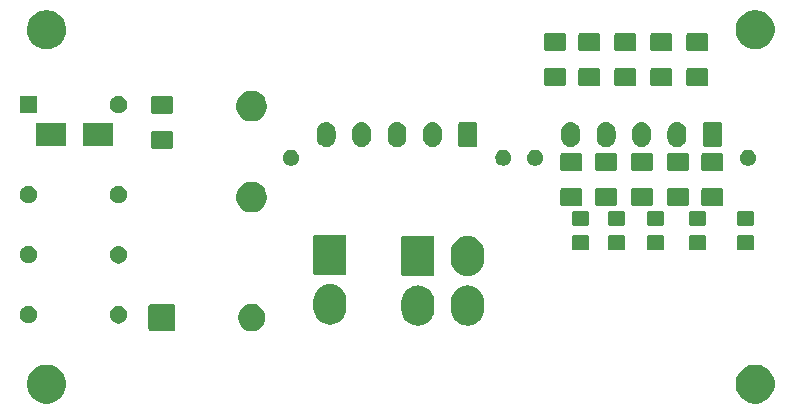
<source format=gbr>
G04 #@! TF.GenerationSoftware,KiCad,Pcbnew,(5.1.6)-1*
G04 #@! TF.CreationDate,2020-11-26T12:39:26+11:00*
G04 #@! TF.ProjectId,HardFault-Interpose-V0,48617264-4661-4756-9c74-2d496e746572,rev?*
G04 #@! TF.SameCoordinates,Original*
G04 #@! TF.FileFunction,Soldermask,Bot*
G04 #@! TF.FilePolarity,Negative*
%FSLAX46Y46*%
G04 Gerber Fmt 4.6, Leading zero omitted, Abs format (unit mm)*
G04 Created by KiCad (PCBNEW (5.1.6)-1) date 2020-11-26 12:39:26*
%MOMM*%
%LPD*%
G01*
G04 APERTURE LIST*
%ADD10C,0.100000*%
G04 APERTURE END LIST*
D10*
G36*
X151061256Y-97749298D02*
G01*
X151167579Y-97770447D01*
X151468042Y-97894903D01*
X151738451Y-98075585D01*
X151968415Y-98305549D01*
X152149097Y-98575958D01*
X152273553Y-98876421D01*
X152337000Y-99195391D01*
X152337000Y-99520609D01*
X152273553Y-99839579D01*
X152149097Y-100140042D01*
X151968415Y-100410451D01*
X151738451Y-100640415D01*
X151468042Y-100821097D01*
X151167579Y-100945553D01*
X151061256Y-100966702D01*
X150848611Y-101009000D01*
X150523389Y-101009000D01*
X150310744Y-100966702D01*
X150204421Y-100945553D01*
X149903958Y-100821097D01*
X149633549Y-100640415D01*
X149403585Y-100410451D01*
X149222903Y-100140042D01*
X149098447Y-99839579D01*
X149035000Y-99520609D01*
X149035000Y-99195391D01*
X149098447Y-98876421D01*
X149222903Y-98575958D01*
X149403585Y-98305549D01*
X149633549Y-98075585D01*
X149903958Y-97894903D01*
X150204421Y-97770447D01*
X150310744Y-97749298D01*
X150523389Y-97707000D01*
X150848611Y-97707000D01*
X151061256Y-97749298D01*
G37*
G36*
X91061256Y-97749298D02*
G01*
X91167579Y-97770447D01*
X91468042Y-97894903D01*
X91738451Y-98075585D01*
X91968415Y-98305549D01*
X92149097Y-98575958D01*
X92273553Y-98876421D01*
X92337000Y-99195391D01*
X92337000Y-99520609D01*
X92273553Y-99839579D01*
X92149097Y-100140042D01*
X91968415Y-100410451D01*
X91738451Y-100640415D01*
X91468042Y-100821097D01*
X91167579Y-100945553D01*
X91061256Y-100966702D01*
X90848611Y-101009000D01*
X90523389Y-101009000D01*
X90310744Y-100966702D01*
X90204421Y-100945553D01*
X89903958Y-100821097D01*
X89633549Y-100640415D01*
X89403585Y-100410451D01*
X89222903Y-100140042D01*
X89098447Y-99839579D01*
X89035000Y-99520609D01*
X89035000Y-99195391D01*
X89098447Y-98876421D01*
X89222903Y-98575958D01*
X89403585Y-98305549D01*
X89633549Y-98075585D01*
X89903958Y-97894903D01*
X90204421Y-97770447D01*
X90310744Y-97749298D01*
X90523389Y-97707000D01*
X90848611Y-97707000D01*
X91061256Y-97749298D01*
G37*
G36*
X101390104Y-92580792D02*
G01*
X101440748Y-92596154D01*
X101487420Y-92621101D01*
X101528327Y-92654673D01*
X101561899Y-92695580D01*
X101586846Y-92742252D01*
X101602208Y-92792896D01*
X101608000Y-92851701D01*
X101608000Y-94600299D01*
X101602208Y-94659104D01*
X101586846Y-94709748D01*
X101561899Y-94756420D01*
X101528327Y-94797327D01*
X101487420Y-94830899D01*
X101440748Y-94855846D01*
X101390104Y-94871208D01*
X101331299Y-94877000D01*
X99582701Y-94877000D01*
X99523896Y-94871208D01*
X99473252Y-94855846D01*
X99426580Y-94830899D01*
X99385673Y-94797327D01*
X99352101Y-94756420D01*
X99327154Y-94709748D01*
X99311792Y-94659104D01*
X99306000Y-94600299D01*
X99306000Y-92851701D01*
X99311792Y-92792896D01*
X99327154Y-92742252D01*
X99352101Y-92695580D01*
X99385673Y-92654673D01*
X99426580Y-92621101D01*
X99473252Y-92596154D01*
X99523896Y-92580792D01*
X99582701Y-92575000D01*
X101331299Y-92575000D01*
X101390104Y-92580792D01*
G37*
G36*
X108204832Y-92581856D02*
G01*
X108392734Y-92619232D01*
X108602203Y-92705997D01*
X108790720Y-92831960D01*
X108951040Y-92992280D01*
X109077003Y-93180797D01*
X109163768Y-93390266D01*
X109208000Y-93612636D01*
X109208000Y-93839364D01*
X109163768Y-94061734D01*
X109077003Y-94271203D01*
X108951040Y-94459720D01*
X108790720Y-94620040D01*
X108602203Y-94746003D01*
X108392734Y-94832768D01*
X108306912Y-94849839D01*
X108170365Y-94877000D01*
X107943635Y-94877000D01*
X107807088Y-94849839D01*
X107721266Y-94832768D01*
X107511797Y-94746003D01*
X107323280Y-94620040D01*
X107162960Y-94459720D01*
X107036997Y-94271203D01*
X106950232Y-94061734D01*
X106906000Y-93839364D01*
X106906000Y-93612636D01*
X106950232Y-93390266D01*
X107036997Y-93180797D01*
X107162960Y-92992280D01*
X107323280Y-92831960D01*
X107511797Y-92705997D01*
X107721266Y-92619232D01*
X107909168Y-92581856D01*
X107943635Y-92575000D01*
X108170365Y-92575000D01*
X108204832Y-92581856D01*
G37*
G36*
X122411644Y-91030273D02*
G01*
X122607017Y-91089539D01*
X122675737Y-91110385D01*
X122905202Y-91233037D01*
X122919120Y-91240476D01*
X122960798Y-91274681D01*
X123132451Y-91415551D01*
X123275093Y-91589361D01*
X123307526Y-91628881D01*
X123307527Y-91628883D01*
X123437617Y-91872264D01*
X123458463Y-91940984D01*
X123517729Y-92136357D01*
X123538001Y-92342183D01*
X123538001Y-93079818D01*
X123517729Y-93285644D01*
X123458462Y-93481019D01*
X123437617Y-93549738D01*
X123362079Y-93691059D01*
X123307526Y-93793121D01*
X123279123Y-93827730D01*
X123132451Y-94006451D01*
X122974692Y-94135919D01*
X122919121Y-94181526D01*
X122919119Y-94181527D01*
X122675738Y-94311617D01*
X122607018Y-94332463D01*
X122411645Y-94391729D01*
X122137001Y-94418779D01*
X121862358Y-94391729D01*
X121666985Y-94332463D01*
X121598265Y-94311617D01*
X121354884Y-94181527D01*
X121354882Y-94181526D01*
X121301272Y-94137529D01*
X121141551Y-94006451D01*
X120994879Y-93827730D01*
X120966476Y-93793121D01*
X120911923Y-93691059D01*
X120836385Y-93549738D01*
X120790366Y-93398033D01*
X120756273Y-93285645D01*
X120736001Y-93079819D01*
X120736001Y-92342184D01*
X120756273Y-92136358D01*
X120836384Y-91872269D01*
X120836385Y-91872265D01*
X120966475Y-91628884D01*
X120966476Y-91628882D01*
X121000681Y-91587204D01*
X121141551Y-91415551D01*
X121315361Y-91272909D01*
X121354881Y-91240476D01*
X121368799Y-91233037D01*
X121598264Y-91110385D01*
X121666984Y-91089539D01*
X121862357Y-91030273D01*
X122137001Y-91003223D01*
X122411644Y-91030273D01*
G37*
G36*
X126611644Y-91030273D02*
G01*
X126807017Y-91089539D01*
X126875737Y-91110385D01*
X127105202Y-91233037D01*
X127119120Y-91240476D01*
X127160798Y-91274681D01*
X127332451Y-91415551D01*
X127475093Y-91589361D01*
X127507526Y-91628881D01*
X127507527Y-91628883D01*
X127637617Y-91872264D01*
X127658463Y-91940984D01*
X127717729Y-92136357D01*
X127738001Y-92342183D01*
X127738001Y-93079818D01*
X127717729Y-93285644D01*
X127658462Y-93481019D01*
X127637617Y-93549738D01*
X127562079Y-93691059D01*
X127507526Y-93793121D01*
X127479123Y-93827730D01*
X127332451Y-94006451D01*
X127174692Y-94135919D01*
X127119121Y-94181526D01*
X127119119Y-94181527D01*
X126875738Y-94311617D01*
X126807018Y-94332463D01*
X126611645Y-94391729D01*
X126337001Y-94418779D01*
X126062358Y-94391729D01*
X125866985Y-94332463D01*
X125798265Y-94311617D01*
X125554884Y-94181527D01*
X125554882Y-94181526D01*
X125501272Y-94137529D01*
X125341551Y-94006451D01*
X125194879Y-93827730D01*
X125166476Y-93793121D01*
X125111923Y-93691059D01*
X125036385Y-93549738D01*
X124990366Y-93398033D01*
X124956273Y-93285645D01*
X124936001Y-93079819D01*
X124936001Y-92342184D01*
X124956273Y-92136358D01*
X125036384Y-91872269D01*
X125036385Y-91872265D01*
X125166475Y-91628884D01*
X125166476Y-91628882D01*
X125200681Y-91587204D01*
X125341551Y-91415551D01*
X125515361Y-91272909D01*
X125554881Y-91240476D01*
X125568799Y-91233037D01*
X125798264Y-91110385D01*
X125866984Y-91089539D01*
X126062357Y-91030273D01*
X126337001Y-91003223D01*
X126611644Y-91030273D01*
G37*
G36*
X114961644Y-90930273D02*
G01*
X115157017Y-90989539D01*
X115225737Y-91010385D01*
X115455202Y-91133037D01*
X115469120Y-91140476D01*
X115510798Y-91174681D01*
X115682451Y-91315551D01*
X115825093Y-91489361D01*
X115857526Y-91528881D01*
X115857527Y-91528883D01*
X115987617Y-91772264D01*
X116008463Y-91840984D01*
X116067729Y-92036357D01*
X116067729Y-92036359D01*
X116088001Y-92242181D01*
X116088001Y-92979820D01*
X116078152Y-93079818D01*
X116067729Y-93185644D01*
X116037394Y-93285644D01*
X115987617Y-93449738D01*
X115900546Y-93612636D01*
X115857526Y-93693121D01*
X115851011Y-93701059D01*
X115682451Y-93906451D01*
X115524692Y-94035919D01*
X115469121Y-94081526D01*
X115469119Y-94081527D01*
X115225738Y-94211617D01*
X115188213Y-94223000D01*
X114961645Y-94291729D01*
X114687001Y-94318779D01*
X114412358Y-94291729D01*
X114185790Y-94223000D01*
X114148265Y-94211617D01*
X113904884Y-94081527D01*
X113904882Y-94081526D01*
X113863204Y-94047321D01*
X113691551Y-93906451D01*
X113522991Y-93701059D01*
X113516476Y-93693121D01*
X113473456Y-93612636D01*
X113386385Y-93449738D01*
X113336608Y-93285644D01*
X113306273Y-93185645D01*
X113288310Y-93003265D01*
X113286001Y-92979821D01*
X113286001Y-92242182D01*
X113306273Y-92036360D01*
X113306273Y-92036358D01*
X113386384Y-91772269D01*
X113386385Y-91772265D01*
X113516475Y-91528884D01*
X113516476Y-91528882D01*
X113550681Y-91487204D01*
X113691551Y-91315551D01*
X113865361Y-91172909D01*
X113904881Y-91140476D01*
X113918799Y-91133037D01*
X114148264Y-91010385D01*
X114216984Y-90989539D01*
X114412357Y-90930273D01*
X114687001Y-90903223D01*
X114961644Y-90930273D01*
G37*
G36*
X96914536Y-92742252D02*
G01*
X97003059Y-92759860D01*
X97139732Y-92816472D01*
X97262735Y-92898660D01*
X97367340Y-93003265D01*
X97449528Y-93126268D01*
X97449529Y-93126270D01*
X97474123Y-93185645D01*
X97506140Y-93262941D01*
X97535000Y-93408033D01*
X97535000Y-93555967D01*
X97506140Y-93701059D01*
X97449528Y-93837732D01*
X97367340Y-93960735D01*
X97262735Y-94065340D01*
X97139732Y-94147528D01*
X97139731Y-94147529D01*
X97139730Y-94147529D01*
X97003059Y-94204140D01*
X96857968Y-94233000D01*
X96710032Y-94233000D01*
X96564941Y-94204140D01*
X96428270Y-94147529D01*
X96428269Y-94147529D01*
X96428268Y-94147528D01*
X96305265Y-94065340D01*
X96200660Y-93960735D01*
X96118472Y-93837732D01*
X96061860Y-93701059D01*
X96033000Y-93555967D01*
X96033000Y-93408033D01*
X96061860Y-93262941D01*
X96093877Y-93185645D01*
X96118471Y-93126270D01*
X96118472Y-93126268D01*
X96200660Y-93003265D01*
X96305265Y-92898660D01*
X96428268Y-92816472D01*
X96564941Y-92759860D01*
X96653464Y-92742252D01*
X96710032Y-92731000D01*
X96857968Y-92731000D01*
X96914536Y-92742252D01*
G37*
G36*
X89334810Y-92742252D02*
G01*
X89373059Y-92749860D01*
X89509732Y-92806472D01*
X89632735Y-92888660D01*
X89737340Y-92993265D01*
X89795174Y-93079820D01*
X89819529Y-93116270D01*
X89876140Y-93252941D01*
X89905000Y-93398032D01*
X89905000Y-93545968D01*
X89876140Y-93691059D01*
X89833865Y-93793121D01*
X89819528Y-93827732D01*
X89737340Y-93950735D01*
X89632735Y-94055340D01*
X89509732Y-94137528D01*
X89509731Y-94137529D01*
X89509730Y-94137529D01*
X89373059Y-94194140D01*
X89227968Y-94223000D01*
X89080032Y-94223000D01*
X88934941Y-94194140D01*
X88798270Y-94137529D01*
X88798269Y-94137529D01*
X88798268Y-94137528D01*
X88675265Y-94055340D01*
X88570660Y-93950735D01*
X88488472Y-93827732D01*
X88474136Y-93793121D01*
X88431860Y-93691059D01*
X88403000Y-93545968D01*
X88403000Y-93398032D01*
X88431860Y-93252941D01*
X88488471Y-93116270D01*
X88512826Y-93079820D01*
X88570660Y-92993265D01*
X88675265Y-92888660D01*
X88798268Y-92806472D01*
X88934941Y-92749860D01*
X88973190Y-92742252D01*
X89080032Y-92721000D01*
X89227968Y-92721000D01*
X89334810Y-92742252D01*
G37*
G36*
X126611644Y-86830273D02*
G01*
X126807017Y-86889539D01*
X126875737Y-86910385D01*
X127078625Y-87018831D01*
X127119120Y-87040476D01*
X127154420Y-87069446D01*
X127332451Y-87215551D01*
X127475093Y-87389361D01*
X127507526Y-87428881D01*
X127507527Y-87428883D01*
X127637617Y-87672264D01*
X127639921Y-87679860D01*
X127717729Y-87936357D01*
X127738001Y-88142183D01*
X127738001Y-88879818D01*
X127717729Y-89085644D01*
X127658462Y-89281019D01*
X127637617Y-89349738D01*
X127514965Y-89579203D01*
X127507526Y-89593121D01*
X127461919Y-89648692D01*
X127332451Y-89806451D01*
X127174692Y-89935919D01*
X127119121Y-89981526D01*
X127119119Y-89981527D01*
X126875738Y-90111617D01*
X126807018Y-90132463D01*
X126611645Y-90191729D01*
X126337001Y-90218779D01*
X126062358Y-90191729D01*
X125866985Y-90132463D01*
X125798265Y-90111617D01*
X125554884Y-89981527D01*
X125554882Y-89981526D01*
X125513204Y-89947321D01*
X125341551Y-89806451D01*
X125198909Y-89632641D01*
X125166476Y-89593121D01*
X125159037Y-89579203D01*
X125036385Y-89349738D01*
X124976705Y-89153000D01*
X124956273Y-89085645D01*
X124936001Y-88879819D01*
X124936001Y-88142184D01*
X124956273Y-87936358D01*
X125036384Y-87672269D01*
X125036385Y-87672265D01*
X125166475Y-87428884D01*
X125166476Y-87428882D01*
X125200681Y-87387204D01*
X125341551Y-87215551D01*
X125515361Y-87072909D01*
X125554881Y-87040476D01*
X125595376Y-87018831D01*
X125798264Y-86910385D01*
X125866984Y-86889539D01*
X126062357Y-86830273D01*
X126337001Y-86803223D01*
X126611644Y-86830273D01*
G37*
G36*
X123411032Y-86813622D02*
G01*
X123440487Y-86822557D01*
X123467624Y-86837063D01*
X123491415Y-86856587D01*
X123510939Y-86880378D01*
X123525445Y-86907515D01*
X123534380Y-86936970D01*
X123538001Y-86973735D01*
X123538001Y-90048267D01*
X123534380Y-90085032D01*
X123525445Y-90114487D01*
X123510939Y-90141624D01*
X123491415Y-90165415D01*
X123467624Y-90184939D01*
X123440487Y-90199445D01*
X123411032Y-90208380D01*
X123374267Y-90212001D01*
X120899735Y-90212001D01*
X120862970Y-90208380D01*
X120833515Y-90199445D01*
X120806378Y-90184939D01*
X120782587Y-90165415D01*
X120763063Y-90141624D01*
X120748557Y-90114487D01*
X120739622Y-90085032D01*
X120736001Y-90048267D01*
X120736001Y-86973735D01*
X120739622Y-86936970D01*
X120748557Y-86907515D01*
X120763063Y-86880378D01*
X120782587Y-86856587D01*
X120806378Y-86837063D01*
X120833515Y-86822557D01*
X120862970Y-86813622D01*
X120899735Y-86810001D01*
X123374267Y-86810001D01*
X123411032Y-86813622D01*
G37*
G36*
X115961032Y-86713622D02*
G01*
X115990487Y-86722557D01*
X116017624Y-86737063D01*
X116041415Y-86756587D01*
X116060939Y-86780378D01*
X116075445Y-86807515D01*
X116084380Y-86836970D01*
X116088001Y-86873735D01*
X116088001Y-89948267D01*
X116084380Y-89985032D01*
X116075445Y-90014487D01*
X116060939Y-90041624D01*
X116041415Y-90065415D01*
X116017624Y-90084939D01*
X115990487Y-90099445D01*
X115961032Y-90108380D01*
X115924267Y-90112001D01*
X113449735Y-90112001D01*
X113412970Y-90108380D01*
X113383515Y-90099445D01*
X113356378Y-90084939D01*
X113332587Y-90065415D01*
X113313063Y-90041624D01*
X113298557Y-90014487D01*
X113289622Y-89985032D01*
X113286001Y-89948267D01*
X113286001Y-86873735D01*
X113289622Y-86836970D01*
X113298557Y-86807515D01*
X113313063Y-86780378D01*
X113332587Y-86756587D01*
X113356378Y-86737063D01*
X113383515Y-86722557D01*
X113412970Y-86713622D01*
X113449735Y-86710001D01*
X115924267Y-86710001D01*
X115961032Y-86713622D01*
G37*
G36*
X97003059Y-87679860D02*
G01*
X97091446Y-87716471D01*
X97139732Y-87736472D01*
X97262735Y-87818660D01*
X97367340Y-87923265D01*
X97449528Y-88046268D01*
X97506140Y-88182941D01*
X97535000Y-88328033D01*
X97535000Y-88475967D01*
X97506140Y-88621059D01*
X97449528Y-88757732D01*
X97367340Y-88880735D01*
X97262735Y-88985340D01*
X97139732Y-89067528D01*
X97139731Y-89067529D01*
X97139730Y-89067529D01*
X97003059Y-89124140D01*
X96857968Y-89153000D01*
X96710032Y-89153000D01*
X96564941Y-89124140D01*
X96428270Y-89067529D01*
X96428269Y-89067529D01*
X96428268Y-89067528D01*
X96305265Y-88985340D01*
X96200660Y-88880735D01*
X96118472Y-88757732D01*
X96061860Y-88621059D01*
X96033000Y-88475967D01*
X96033000Y-88328033D01*
X96061860Y-88182941D01*
X96118472Y-88046268D01*
X96200660Y-87923265D01*
X96305265Y-87818660D01*
X96428268Y-87736472D01*
X96476555Y-87716471D01*
X96564941Y-87679860D01*
X96710032Y-87651000D01*
X96857968Y-87651000D01*
X97003059Y-87679860D01*
G37*
G36*
X89373059Y-87659860D02*
G01*
X89403015Y-87672268D01*
X89509732Y-87716472D01*
X89632735Y-87798660D01*
X89737340Y-87903265D01*
X89819528Y-88026268D01*
X89876140Y-88162941D01*
X89905000Y-88308033D01*
X89905000Y-88455967D01*
X89876140Y-88601059D01*
X89819528Y-88737732D01*
X89737340Y-88860735D01*
X89632735Y-88965340D01*
X89509732Y-89047528D01*
X89509731Y-89047529D01*
X89509730Y-89047529D01*
X89373059Y-89104140D01*
X89227968Y-89133000D01*
X89080032Y-89133000D01*
X88934941Y-89104140D01*
X88798270Y-89047529D01*
X88798269Y-89047529D01*
X88798268Y-89047528D01*
X88675265Y-88965340D01*
X88570660Y-88860735D01*
X88488472Y-88737732D01*
X88431860Y-88601059D01*
X88403000Y-88455967D01*
X88403000Y-88308033D01*
X88431860Y-88162941D01*
X88488472Y-88026268D01*
X88570660Y-87903265D01*
X88675265Y-87798660D01*
X88798268Y-87716472D01*
X88904986Y-87672268D01*
X88934941Y-87659860D01*
X89080032Y-87631000D01*
X89227968Y-87631000D01*
X89373059Y-87659860D01*
G37*
G36*
X150448674Y-86763465D02*
G01*
X150486367Y-86774899D01*
X150521103Y-86793466D01*
X150551548Y-86818452D01*
X150576534Y-86848897D01*
X150595101Y-86883633D01*
X150606535Y-86921326D01*
X150611000Y-86966661D01*
X150611000Y-87803339D01*
X150606535Y-87848674D01*
X150595101Y-87886367D01*
X150576534Y-87921103D01*
X150551548Y-87951548D01*
X150521103Y-87976534D01*
X150486367Y-87995101D01*
X150448674Y-88006535D01*
X150403339Y-88011000D01*
X149316661Y-88011000D01*
X149271326Y-88006535D01*
X149233633Y-87995101D01*
X149198897Y-87976534D01*
X149168452Y-87951548D01*
X149143466Y-87921103D01*
X149124899Y-87886367D01*
X149113465Y-87848674D01*
X149109000Y-87803339D01*
X149109000Y-86966661D01*
X149113465Y-86921326D01*
X149124899Y-86883633D01*
X149143466Y-86848897D01*
X149168452Y-86818452D01*
X149198897Y-86793466D01*
X149233633Y-86774899D01*
X149271326Y-86763465D01*
X149316661Y-86759000D01*
X150403339Y-86759000D01*
X150448674Y-86763465D01*
G37*
G36*
X146384674Y-86763465D02*
G01*
X146422367Y-86774899D01*
X146457103Y-86793466D01*
X146487548Y-86818452D01*
X146512534Y-86848897D01*
X146531101Y-86883633D01*
X146542535Y-86921326D01*
X146547000Y-86966661D01*
X146547000Y-87803339D01*
X146542535Y-87848674D01*
X146531101Y-87886367D01*
X146512534Y-87921103D01*
X146487548Y-87951548D01*
X146457103Y-87976534D01*
X146422367Y-87995101D01*
X146384674Y-88006535D01*
X146339339Y-88011000D01*
X145252661Y-88011000D01*
X145207326Y-88006535D01*
X145169633Y-87995101D01*
X145134897Y-87976534D01*
X145104452Y-87951548D01*
X145079466Y-87921103D01*
X145060899Y-87886367D01*
X145049465Y-87848674D01*
X145045000Y-87803339D01*
X145045000Y-86966661D01*
X145049465Y-86921326D01*
X145060899Y-86883633D01*
X145079466Y-86848897D01*
X145104452Y-86818452D01*
X145134897Y-86793466D01*
X145169633Y-86774899D01*
X145207326Y-86763465D01*
X145252661Y-86759000D01*
X146339339Y-86759000D01*
X146384674Y-86763465D01*
G37*
G36*
X142828674Y-86763465D02*
G01*
X142866367Y-86774899D01*
X142901103Y-86793466D01*
X142931548Y-86818452D01*
X142956534Y-86848897D01*
X142975101Y-86883633D01*
X142986535Y-86921326D01*
X142991000Y-86966661D01*
X142991000Y-87803339D01*
X142986535Y-87848674D01*
X142975101Y-87886367D01*
X142956534Y-87921103D01*
X142931548Y-87951548D01*
X142901103Y-87976534D01*
X142866367Y-87995101D01*
X142828674Y-88006535D01*
X142783339Y-88011000D01*
X141696661Y-88011000D01*
X141651326Y-88006535D01*
X141613633Y-87995101D01*
X141578897Y-87976534D01*
X141548452Y-87951548D01*
X141523466Y-87921103D01*
X141504899Y-87886367D01*
X141493465Y-87848674D01*
X141489000Y-87803339D01*
X141489000Y-86966661D01*
X141493465Y-86921326D01*
X141504899Y-86883633D01*
X141523466Y-86848897D01*
X141548452Y-86818452D01*
X141578897Y-86793466D01*
X141613633Y-86774899D01*
X141651326Y-86763465D01*
X141696661Y-86759000D01*
X142783339Y-86759000D01*
X142828674Y-86763465D01*
G37*
G36*
X139526674Y-86763465D02*
G01*
X139564367Y-86774899D01*
X139599103Y-86793466D01*
X139629548Y-86818452D01*
X139654534Y-86848897D01*
X139673101Y-86883633D01*
X139684535Y-86921326D01*
X139689000Y-86966661D01*
X139689000Y-87803339D01*
X139684535Y-87848674D01*
X139673101Y-87886367D01*
X139654534Y-87921103D01*
X139629548Y-87951548D01*
X139599103Y-87976534D01*
X139564367Y-87995101D01*
X139526674Y-88006535D01*
X139481339Y-88011000D01*
X138394661Y-88011000D01*
X138349326Y-88006535D01*
X138311633Y-87995101D01*
X138276897Y-87976534D01*
X138246452Y-87951548D01*
X138221466Y-87921103D01*
X138202899Y-87886367D01*
X138191465Y-87848674D01*
X138187000Y-87803339D01*
X138187000Y-86966661D01*
X138191465Y-86921326D01*
X138202899Y-86883633D01*
X138221466Y-86848897D01*
X138246452Y-86818452D01*
X138276897Y-86793466D01*
X138311633Y-86774899D01*
X138349326Y-86763465D01*
X138394661Y-86759000D01*
X139481339Y-86759000D01*
X139526674Y-86763465D01*
G37*
G36*
X136478674Y-86754465D02*
G01*
X136516367Y-86765899D01*
X136551103Y-86784466D01*
X136581548Y-86809452D01*
X136606534Y-86839897D01*
X136625101Y-86874633D01*
X136636535Y-86912326D01*
X136641000Y-86957661D01*
X136641000Y-87794339D01*
X136636535Y-87839674D01*
X136625101Y-87877367D01*
X136606534Y-87912103D01*
X136581548Y-87942548D01*
X136551103Y-87967534D01*
X136516367Y-87986101D01*
X136478674Y-87997535D01*
X136433339Y-88002000D01*
X135346661Y-88002000D01*
X135301326Y-87997535D01*
X135263633Y-87986101D01*
X135228897Y-87967534D01*
X135198452Y-87942548D01*
X135173466Y-87912103D01*
X135154899Y-87877367D01*
X135143465Y-87839674D01*
X135139000Y-87794339D01*
X135139000Y-86957661D01*
X135143465Y-86912326D01*
X135154899Y-86874633D01*
X135173466Y-86839897D01*
X135198452Y-86809452D01*
X135228897Y-86784466D01*
X135263633Y-86765899D01*
X135301326Y-86754465D01*
X135346661Y-86750000D01*
X136433339Y-86750000D01*
X136478674Y-86754465D01*
G37*
G36*
X150448674Y-84713465D02*
G01*
X150486367Y-84724899D01*
X150521103Y-84743466D01*
X150551548Y-84768452D01*
X150576534Y-84798897D01*
X150595101Y-84833633D01*
X150606535Y-84871326D01*
X150611000Y-84916661D01*
X150611000Y-85753339D01*
X150606535Y-85798674D01*
X150595101Y-85836367D01*
X150576534Y-85871103D01*
X150551548Y-85901548D01*
X150521103Y-85926534D01*
X150486367Y-85945101D01*
X150448674Y-85956535D01*
X150403339Y-85961000D01*
X149316661Y-85961000D01*
X149271326Y-85956535D01*
X149233633Y-85945101D01*
X149198897Y-85926534D01*
X149168452Y-85901548D01*
X149143466Y-85871103D01*
X149124899Y-85836367D01*
X149113465Y-85798674D01*
X149109000Y-85753339D01*
X149109000Y-84916661D01*
X149113465Y-84871326D01*
X149124899Y-84833633D01*
X149143466Y-84798897D01*
X149168452Y-84768452D01*
X149198897Y-84743466D01*
X149233633Y-84724899D01*
X149271326Y-84713465D01*
X149316661Y-84709000D01*
X150403339Y-84709000D01*
X150448674Y-84713465D01*
G37*
G36*
X139526674Y-84713465D02*
G01*
X139564367Y-84724899D01*
X139599103Y-84743466D01*
X139629548Y-84768452D01*
X139654534Y-84798897D01*
X139673101Y-84833633D01*
X139684535Y-84871326D01*
X139689000Y-84916661D01*
X139689000Y-85753339D01*
X139684535Y-85798674D01*
X139673101Y-85836367D01*
X139654534Y-85871103D01*
X139629548Y-85901548D01*
X139599103Y-85926534D01*
X139564367Y-85945101D01*
X139526674Y-85956535D01*
X139481339Y-85961000D01*
X138394661Y-85961000D01*
X138349326Y-85956535D01*
X138311633Y-85945101D01*
X138276897Y-85926534D01*
X138246452Y-85901548D01*
X138221466Y-85871103D01*
X138202899Y-85836367D01*
X138191465Y-85798674D01*
X138187000Y-85753339D01*
X138187000Y-84916661D01*
X138191465Y-84871326D01*
X138202899Y-84833633D01*
X138221466Y-84798897D01*
X138246452Y-84768452D01*
X138276897Y-84743466D01*
X138311633Y-84724899D01*
X138349326Y-84713465D01*
X138394661Y-84709000D01*
X139481339Y-84709000D01*
X139526674Y-84713465D01*
G37*
G36*
X146384674Y-84713465D02*
G01*
X146422367Y-84724899D01*
X146457103Y-84743466D01*
X146487548Y-84768452D01*
X146512534Y-84798897D01*
X146531101Y-84833633D01*
X146542535Y-84871326D01*
X146547000Y-84916661D01*
X146547000Y-85753339D01*
X146542535Y-85798674D01*
X146531101Y-85836367D01*
X146512534Y-85871103D01*
X146487548Y-85901548D01*
X146457103Y-85926534D01*
X146422367Y-85945101D01*
X146384674Y-85956535D01*
X146339339Y-85961000D01*
X145252661Y-85961000D01*
X145207326Y-85956535D01*
X145169633Y-85945101D01*
X145134897Y-85926534D01*
X145104452Y-85901548D01*
X145079466Y-85871103D01*
X145060899Y-85836367D01*
X145049465Y-85798674D01*
X145045000Y-85753339D01*
X145045000Y-84916661D01*
X145049465Y-84871326D01*
X145060899Y-84833633D01*
X145079466Y-84798897D01*
X145104452Y-84768452D01*
X145134897Y-84743466D01*
X145169633Y-84724899D01*
X145207326Y-84713465D01*
X145252661Y-84709000D01*
X146339339Y-84709000D01*
X146384674Y-84713465D01*
G37*
G36*
X142828674Y-84713465D02*
G01*
X142866367Y-84724899D01*
X142901103Y-84743466D01*
X142931548Y-84768452D01*
X142956534Y-84798897D01*
X142975101Y-84833633D01*
X142986535Y-84871326D01*
X142991000Y-84916661D01*
X142991000Y-85753339D01*
X142986535Y-85798674D01*
X142975101Y-85836367D01*
X142956534Y-85871103D01*
X142931548Y-85901548D01*
X142901103Y-85926534D01*
X142866367Y-85945101D01*
X142828674Y-85956535D01*
X142783339Y-85961000D01*
X141696661Y-85961000D01*
X141651326Y-85956535D01*
X141613633Y-85945101D01*
X141578897Y-85926534D01*
X141548452Y-85901548D01*
X141523466Y-85871103D01*
X141504899Y-85836367D01*
X141493465Y-85798674D01*
X141489000Y-85753339D01*
X141489000Y-84916661D01*
X141493465Y-84871326D01*
X141504899Y-84833633D01*
X141523466Y-84798897D01*
X141548452Y-84768452D01*
X141578897Y-84743466D01*
X141613633Y-84724899D01*
X141651326Y-84713465D01*
X141696661Y-84709000D01*
X142783339Y-84709000D01*
X142828674Y-84713465D01*
G37*
G36*
X136478674Y-84704465D02*
G01*
X136516367Y-84715899D01*
X136551103Y-84734466D01*
X136581548Y-84759452D01*
X136606534Y-84789897D01*
X136625101Y-84824633D01*
X136636535Y-84862326D01*
X136641000Y-84907661D01*
X136641000Y-85744339D01*
X136636535Y-85789674D01*
X136625101Y-85827367D01*
X136606534Y-85862103D01*
X136581548Y-85892548D01*
X136551103Y-85917534D01*
X136516367Y-85936101D01*
X136478674Y-85947535D01*
X136433339Y-85952000D01*
X135346661Y-85952000D01*
X135301326Y-85947535D01*
X135263633Y-85936101D01*
X135228897Y-85917534D01*
X135198452Y-85892548D01*
X135173466Y-85862103D01*
X135154899Y-85827367D01*
X135143465Y-85789674D01*
X135139000Y-85744339D01*
X135139000Y-84907661D01*
X135143465Y-84862326D01*
X135154899Y-84824633D01*
X135173466Y-84789897D01*
X135198452Y-84759452D01*
X135228897Y-84734466D01*
X135263633Y-84715899D01*
X135301326Y-84704465D01*
X135346661Y-84700000D01*
X136433339Y-84700000D01*
X136478674Y-84704465D01*
G37*
G36*
X108436487Y-82274996D02*
G01*
X108673253Y-82373068D01*
X108673255Y-82373069D01*
X108886339Y-82515447D01*
X109067553Y-82696661D01*
X109193438Y-82885061D01*
X109209932Y-82909747D01*
X109308004Y-83146513D01*
X109358000Y-83397861D01*
X109358000Y-83654139D01*
X109308004Y-83905487D01*
X109209932Y-84142253D01*
X109209931Y-84142255D01*
X109067553Y-84355339D01*
X108886339Y-84536553D01*
X108673255Y-84678931D01*
X108673254Y-84678932D01*
X108673253Y-84678932D01*
X108436487Y-84777004D01*
X108185139Y-84827000D01*
X107928861Y-84827000D01*
X107677513Y-84777004D01*
X107440747Y-84678932D01*
X107440746Y-84678932D01*
X107440745Y-84678931D01*
X107227661Y-84536553D01*
X107046447Y-84355339D01*
X106904069Y-84142255D01*
X106904068Y-84142253D01*
X106805996Y-83905487D01*
X106756000Y-83654139D01*
X106756000Y-83397861D01*
X106805996Y-83146513D01*
X106904068Y-82909747D01*
X106920563Y-82885061D01*
X107046447Y-82696661D01*
X107227661Y-82515447D01*
X107440745Y-82373069D01*
X107440747Y-82373068D01*
X107677513Y-82274996D01*
X107928861Y-82225000D01*
X108185139Y-82225000D01*
X108436487Y-82274996D01*
G37*
G36*
X147841562Y-82770181D02*
G01*
X147876481Y-82780774D01*
X147908663Y-82797976D01*
X147936873Y-82821127D01*
X147960024Y-82849337D01*
X147977226Y-82881519D01*
X147987819Y-82916438D01*
X147992000Y-82958895D01*
X147992000Y-84100105D01*
X147987819Y-84142562D01*
X147977226Y-84177481D01*
X147960024Y-84209663D01*
X147936873Y-84237873D01*
X147908663Y-84261024D01*
X147876481Y-84278226D01*
X147841562Y-84288819D01*
X147799105Y-84293000D01*
X146332895Y-84293000D01*
X146290438Y-84288819D01*
X146255519Y-84278226D01*
X146223337Y-84261024D01*
X146195127Y-84237873D01*
X146171976Y-84209663D01*
X146154774Y-84177481D01*
X146144181Y-84142562D01*
X146140000Y-84100105D01*
X146140000Y-82958895D01*
X146144181Y-82916438D01*
X146154774Y-82881519D01*
X146171976Y-82849337D01*
X146195127Y-82821127D01*
X146223337Y-82797976D01*
X146255519Y-82780774D01*
X146290438Y-82770181D01*
X146332895Y-82766000D01*
X147799105Y-82766000D01*
X147841562Y-82770181D01*
G37*
G36*
X144920562Y-82770181D02*
G01*
X144955481Y-82780774D01*
X144987663Y-82797976D01*
X145015873Y-82821127D01*
X145039024Y-82849337D01*
X145056226Y-82881519D01*
X145066819Y-82916438D01*
X145071000Y-82958895D01*
X145071000Y-84100105D01*
X145066819Y-84142562D01*
X145056226Y-84177481D01*
X145039024Y-84209663D01*
X145015873Y-84237873D01*
X144987663Y-84261024D01*
X144955481Y-84278226D01*
X144920562Y-84288819D01*
X144878105Y-84293000D01*
X143411895Y-84293000D01*
X143369438Y-84288819D01*
X143334519Y-84278226D01*
X143302337Y-84261024D01*
X143274127Y-84237873D01*
X143250976Y-84209663D01*
X143233774Y-84177481D01*
X143223181Y-84142562D01*
X143219000Y-84100105D01*
X143219000Y-82958895D01*
X143223181Y-82916438D01*
X143233774Y-82881519D01*
X143250976Y-82849337D01*
X143274127Y-82821127D01*
X143302337Y-82797976D01*
X143334519Y-82780774D01*
X143369438Y-82770181D01*
X143411895Y-82766000D01*
X144878105Y-82766000D01*
X144920562Y-82770181D01*
G37*
G36*
X141872562Y-82770181D02*
G01*
X141907481Y-82780774D01*
X141939663Y-82797976D01*
X141967873Y-82821127D01*
X141991024Y-82849337D01*
X142008226Y-82881519D01*
X142018819Y-82916438D01*
X142023000Y-82958895D01*
X142023000Y-84100105D01*
X142018819Y-84142562D01*
X142008226Y-84177481D01*
X141991024Y-84209663D01*
X141967873Y-84237873D01*
X141939663Y-84261024D01*
X141907481Y-84278226D01*
X141872562Y-84288819D01*
X141830105Y-84293000D01*
X140363895Y-84293000D01*
X140321438Y-84288819D01*
X140286519Y-84278226D01*
X140254337Y-84261024D01*
X140226127Y-84237873D01*
X140202976Y-84209663D01*
X140185774Y-84177481D01*
X140175181Y-84142562D01*
X140171000Y-84100105D01*
X140171000Y-82958895D01*
X140175181Y-82916438D01*
X140185774Y-82881519D01*
X140202976Y-82849337D01*
X140226127Y-82821127D01*
X140254337Y-82797976D01*
X140286519Y-82780774D01*
X140321438Y-82770181D01*
X140363895Y-82766000D01*
X141830105Y-82766000D01*
X141872562Y-82770181D01*
G37*
G36*
X138824562Y-82770181D02*
G01*
X138859481Y-82780774D01*
X138891663Y-82797976D01*
X138919873Y-82821127D01*
X138943024Y-82849337D01*
X138960226Y-82881519D01*
X138970819Y-82916438D01*
X138975000Y-82958895D01*
X138975000Y-84100105D01*
X138970819Y-84142562D01*
X138960226Y-84177481D01*
X138943024Y-84209663D01*
X138919873Y-84237873D01*
X138891663Y-84261024D01*
X138859481Y-84278226D01*
X138824562Y-84288819D01*
X138782105Y-84293000D01*
X137315895Y-84293000D01*
X137273438Y-84288819D01*
X137238519Y-84278226D01*
X137206337Y-84261024D01*
X137178127Y-84237873D01*
X137154976Y-84209663D01*
X137137774Y-84177481D01*
X137127181Y-84142562D01*
X137123000Y-84100105D01*
X137123000Y-82958895D01*
X137127181Y-82916438D01*
X137137774Y-82881519D01*
X137154976Y-82849337D01*
X137178127Y-82821127D01*
X137206337Y-82797976D01*
X137238519Y-82780774D01*
X137273438Y-82770181D01*
X137315895Y-82766000D01*
X138782105Y-82766000D01*
X138824562Y-82770181D01*
G37*
G36*
X135903562Y-82770181D02*
G01*
X135938481Y-82780774D01*
X135970663Y-82797976D01*
X135998873Y-82821127D01*
X136022024Y-82849337D01*
X136039226Y-82881519D01*
X136049819Y-82916438D01*
X136054000Y-82958895D01*
X136054000Y-84100105D01*
X136049819Y-84142562D01*
X136039226Y-84177481D01*
X136022024Y-84209663D01*
X135998873Y-84237873D01*
X135970663Y-84261024D01*
X135938481Y-84278226D01*
X135903562Y-84288819D01*
X135861105Y-84293000D01*
X134394895Y-84293000D01*
X134352438Y-84288819D01*
X134317519Y-84278226D01*
X134285337Y-84261024D01*
X134257127Y-84237873D01*
X134233976Y-84209663D01*
X134216774Y-84177481D01*
X134206181Y-84142562D01*
X134202000Y-84100105D01*
X134202000Y-82958895D01*
X134206181Y-82916438D01*
X134216774Y-82881519D01*
X134233976Y-82849337D01*
X134257127Y-82821127D01*
X134285337Y-82797976D01*
X134317519Y-82780774D01*
X134352438Y-82770181D01*
X134394895Y-82766000D01*
X135861105Y-82766000D01*
X135903562Y-82770181D01*
G37*
G36*
X89373059Y-82589860D02*
G01*
X89509732Y-82646472D01*
X89632735Y-82728660D01*
X89737340Y-82833265D01*
X89819528Y-82956268D01*
X89819529Y-82956270D01*
X89876140Y-83092941D01*
X89905000Y-83238032D01*
X89905000Y-83385968D01*
X89876140Y-83531059D01*
X89825159Y-83654139D01*
X89819528Y-83667732D01*
X89737340Y-83790735D01*
X89632735Y-83895340D01*
X89509732Y-83977528D01*
X89509731Y-83977529D01*
X89509730Y-83977529D01*
X89373059Y-84034140D01*
X89227968Y-84063000D01*
X89080032Y-84063000D01*
X88934941Y-84034140D01*
X88798270Y-83977529D01*
X88798269Y-83977529D01*
X88798268Y-83977528D01*
X88675265Y-83895340D01*
X88570660Y-83790735D01*
X88488472Y-83667732D01*
X88482842Y-83654139D01*
X88431860Y-83531059D01*
X88403000Y-83385968D01*
X88403000Y-83238032D01*
X88431860Y-83092941D01*
X88488471Y-82956270D01*
X88488472Y-82956268D01*
X88570660Y-82833265D01*
X88675265Y-82728660D01*
X88798268Y-82646472D01*
X88934941Y-82589860D01*
X89080032Y-82561000D01*
X89227968Y-82561000D01*
X89373059Y-82589860D01*
G37*
G36*
X96993059Y-82589860D02*
G01*
X97129732Y-82646472D01*
X97252735Y-82728660D01*
X97357340Y-82833265D01*
X97439528Y-82956268D01*
X97439529Y-82956270D01*
X97496140Y-83092941D01*
X97525000Y-83238032D01*
X97525000Y-83385968D01*
X97496140Y-83531059D01*
X97445159Y-83654139D01*
X97439528Y-83667732D01*
X97357340Y-83790735D01*
X97252735Y-83895340D01*
X97129732Y-83977528D01*
X97129731Y-83977529D01*
X97129730Y-83977529D01*
X96993059Y-84034140D01*
X96847968Y-84063000D01*
X96700032Y-84063000D01*
X96554941Y-84034140D01*
X96418270Y-83977529D01*
X96418269Y-83977529D01*
X96418268Y-83977528D01*
X96295265Y-83895340D01*
X96190660Y-83790735D01*
X96108472Y-83667732D01*
X96102842Y-83654139D01*
X96051860Y-83531059D01*
X96023000Y-83385968D01*
X96023000Y-83238032D01*
X96051860Y-83092941D01*
X96108471Y-82956270D01*
X96108472Y-82956268D01*
X96190660Y-82833265D01*
X96295265Y-82728660D01*
X96418268Y-82646472D01*
X96554941Y-82589860D01*
X96700032Y-82561000D01*
X96847968Y-82561000D01*
X96993059Y-82589860D01*
G37*
G36*
X135903562Y-79795181D02*
G01*
X135938481Y-79805774D01*
X135970663Y-79822976D01*
X135998873Y-79846127D01*
X136022024Y-79874337D01*
X136039226Y-79906519D01*
X136049819Y-79941438D01*
X136054000Y-79983895D01*
X136054000Y-81125105D01*
X136049819Y-81167562D01*
X136039226Y-81202481D01*
X136022024Y-81234663D01*
X135998873Y-81262873D01*
X135970663Y-81286024D01*
X135938481Y-81303226D01*
X135903562Y-81313819D01*
X135861105Y-81318000D01*
X134394895Y-81318000D01*
X134352438Y-81313819D01*
X134317519Y-81303226D01*
X134285337Y-81286024D01*
X134257127Y-81262873D01*
X134233976Y-81234663D01*
X134216774Y-81202481D01*
X134206181Y-81167562D01*
X134202000Y-81125105D01*
X134202000Y-79983895D01*
X134206181Y-79941438D01*
X134216774Y-79906519D01*
X134233976Y-79874337D01*
X134257127Y-79846127D01*
X134285337Y-79822976D01*
X134317519Y-79805774D01*
X134352438Y-79795181D01*
X134394895Y-79791000D01*
X135861105Y-79791000D01*
X135903562Y-79795181D01*
G37*
G36*
X138824562Y-79795181D02*
G01*
X138859481Y-79805774D01*
X138891663Y-79822976D01*
X138919873Y-79846127D01*
X138943024Y-79874337D01*
X138960226Y-79906519D01*
X138970819Y-79941438D01*
X138975000Y-79983895D01*
X138975000Y-81125105D01*
X138970819Y-81167562D01*
X138960226Y-81202481D01*
X138943024Y-81234663D01*
X138919873Y-81262873D01*
X138891663Y-81286024D01*
X138859481Y-81303226D01*
X138824562Y-81313819D01*
X138782105Y-81318000D01*
X137315895Y-81318000D01*
X137273438Y-81313819D01*
X137238519Y-81303226D01*
X137206337Y-81286024D01*
X137178127Y-81262873D01*
X137154976Y-81234663D01*
X137137774Y-81202481D01*
X137127181Y-81167562D01*
X137123000Y-81125105D01*
X137123000Y-79983895D01*
X137127181Y-79941438D01*
X137137774Y-79906519D01*
X137154976Y-79874337D01*
X137178127Y-79846127D01*
X137206337Y-79822976D01*
X137238519Y-79805774D01*
X137273438Y-79795181D01*
X137315895Y-79791000D01*
X138782105Y-79791000D01*
X138824562Y-79795181D01*
G37*
G36*
X144920562Y-79795181D02*
G01*
X144955481Y-79805774D01*
X144987663Y-79822976D01*
X145015873Y-79846127D01*
X145039024Y-79874337D01*
X145056226Y-79906519D01*
X145066819Y-79941438D01*
X145071000Y-79983895D01*
X145071000Y-81125105D01*
X145066819Y-81167562D01*
X145056226Y-81202481D01*
X145039024Y-81234663D01*
X145015873Y-81262873D01*
X144987663Y-81286024D01*
X144955481Y-81303226D01*
X144920562Y-81313819D01*
X144878105Y-81318000D01*
X143411895Y-81318000D01*
X143369438Y-81313819D01*
X143334519Y-81303226D01*
X143302337Y-81286024D01*
X143274127Y-81262873D01*
X143250976Y-81234663D01*
X143233774Y-81202481D01*
X143223181Y-81167562D01*
X143219000Y-81125105D01*
X143219000Y-79983895D01*
X143223181Y-79941438D01*
X143233774Y-79906519D01*
X143250976Y-79874337D01*
X143274127Y-79846127D01*
X143302337Y-79822976D01*
X143334519Y-79805774D01*
X143369438Y-79795181D01*
X143411895Y-79791000D01*
X144878105Y-79791000D01*
X144920562Y-79795181D01*
G37*
G36*
X141872562Y-79795181D02*
G01*
X141907481Y-79805774D01*
X141939663Y-79822976D01*
X141967873Y-79846127D01*
X141991024Y-79874337D01*
X142008226Y-79906519D01*
X142018819Y-79941438D01*
X142023000Y-79983895D01*
X142023000Y-81125105D01*
X142018819Y-81167562D01*
X142008226Y-81202481D01*
X141991024Y-81234663D01*
X141967873Y-81262873D01*
X141939663Y-81286024D01*
X141907481Y-81303226D01*
X141872562Y-81313819D01*
X141830105Y-81318000D01*
X140363895Y-81318000D01*
X140321438Y-81313819D01*
X140286519Y-81303226D01*
X140254337Y-81286024D01*
X140226127Y-81262873D01*
X140202976Y-81234663D01*
X140185774Y-81202481D01*
X140175181Y-81167562D01*
X140171000Y-81125105D01*
X140171000Y-79983895D01*
X140175181Y-79941438D01*
X140185774Y-79906519D01*
X140202976Y-79874337D01*
X140226127Y-79846127D01*
X140254337Y-79822976D01*
X140286519Y-79805774D01*
X140321438Y-79795181D01*
X140363895Y-79791000D01*
X141830105Y-79791000D01*
X141872562Y-79795181D01*
G37*
G36*
X147841562Y-79795181D02*
G01*
X147876481Y-79805774D01*
X147908663Y-79822976D01*
X147936873Y-79846127D01*
X147960024Y-79874337D01*
X147977226Y-79906519D01*
X147987819Y-79941438D01*
X147992000Y-79983895D01*
X147992000Y-81125105D01*
X147987819Y-81167562D01*
X147977226Y-81202481D01*
X147960024Y-81234663D01*
X147936873Y-81262873D01*
X147908663Y-81286024D01*
X147876481Y-81303226D01*
X147841562Y-81313819D01*
X147799105Y-81318000D01*
X146332895Y-81318000D01*
X146290438Y-81313819D01*
X146255519Y-81303226D01*
X146223337Y-81286024D01*
X146195127Y-81262873D01*
X146171976Y-81234663D01*
X146154774Y-81202481D01*
X146144181Y-81167562D01*
X146140000Y-81125105D01*
X146140000Y-79983895D01*
X146144181Y-79941438D01*
X146154774Y-79906519D01*
X146171976Y-79874337D01*
X146195127Y-79846127D01*
X146223337Y-79822976D01*
X146255519Y-79805774D01*
X146290438Y-79795181D01*
X146332895Y-79791000D01*
X147799105Y-79791000D01*
X147841562Y-79795181D01*
G37*
G36*
X132266098Y-79532362D02*
G01*
X132390941Y-79584074D01*
X132390943Y-79584075D01*
X132503299Y-79659149D01*
X132598851Y-79754701D01*
X132673926Y-79867059D01*
X132725638Y-79991902D01*
X132752000Y-80124434D01*
X132752000Y-80259566D01*
X132725638Y-80392098D01*
X132673926Y-80516941D01*
X132673925Y-80516943D01*
X132598851Y-80629299D01*
X132503299Y-80724851D01*
X132390943Y-80799925D01*
X132390942Y-80799926D01*
X132390941Y-80799926D01*
X132266098Y-80851638D01*
X132133566Y-80878000D01*
X131998434Y-80878000D01*
X131865902Y-80851638D01*
X131741059Y-80799926D01*
X131741058Y-80799926D01*
X131741057Y-80799925D01*
X131628701Y-80724851D01*
X131533149Y-80629299D01*
X131458075Y-80516943D01*
X131458074Y-80516941D01*
X131406362Y-80392098D01*
X131380000Y-80259566D01*
X131380000Y-80124434D01*
X131406362Y-79991902D01*
X131458074Y-79867059D01*
X131533149Y-79754701D01*
X131628701Y-79659149D01*
X131741057Y-79584075D01*
X131741059Y-79584074D01*
X131865902Y-79532362D01*
X131998434Y-79506000D01*
X132133566Y-79506000D01*
X132266098Y-79532362D01*
G37*
G36*
X129565098Y-79532362D02*
G01*
X129689941Y-79584074D01*
X129689943Y-79584075D01*
X129802299Y-79659149D01*
X129897851Y-79754701D01*
X129972926Y-79867059D01*
X130024638Y-79991902D01*
X130051000Y-80124434D01*
X130051000Y-80259566D01*
X130024638Y-80392098D01*
X129972926Y-80516941D01*
X129972925Y-80516943D01*
X129897851Y-80629299D01*
X129802299Y-80724851D01*
X129689943Y-80799925D01*
X129689942Y-80799926D01*
X129689941Y-80799926D01*
X129565098Y-80851638D01*
X129432566Y-80878000D01*
X129297434Y-80878000D01*
X129164902Y-80851638D01*
X129040059Y-80799926D01*
X129040058Y-80799926D01*
X129040057Y-80799925D01*
X128927701Y-80724851D01*
X128832149Y-80629299D01*
X128757075Y-80516943D01*
X128757074Y-80516941D01*
X128705362Y-80392098D01*
X128679000Y-80259566D01*
X128679000Y-80124434D01*
X128705362Y-79991902D01*
X128757074Y-79867059D01*
X128832149Y-79754701D01*
X128927701Y-79659149D01*
X129040057Y-79584075D01*
X129040059Y-79584074D01*
X129164902Y-79532362D01*
X129297434Y-79506000D01*
X129432566Y-79506000D01*
X129565098Y-79532362D01*
G37*
G36*
X111565098Y-79532362D02*
G01*
X111689941Y-79584074D01*
X111689943Y-79584075D01*
X111802299Y-79659149D01*
X111897851Y-79754701D01*
X111972926Y-79867059D01*
X112024638Y-79991902D01*
X112051000Y-80124434D01*
X112051000Y-80259566D01*
X112024638Y-80392098D01*
X111972926Y-80516941D01*
X111972925Y-80516943D01*
X111897851Y-80629299D01*
X111802299Y-80724851D01*
X111689943Y-80799925D01*
X111689942Y-80799926D01*
X111689941Y-80799926D01*
X111565098Y-80851638D01*
X111432566Y-80878000D01*
X111297434Y-80878000D01*
X111164902Y-80851638D01*
X111040059Y-80799926D01*
X111040058Y-80799926D01*
X111040057Y-80799925D01*
X110927701Y-80724851D01*
X110832149Y-80629299D01*
X110757075Y-80516943D01*
X110757074Y-80516941D01*
X110705362Y-80392098D01*
X110679000Y-80259566D01*
X110679000Y-80124434D01*
X110705362Y-79991902D01*
X110757074Y-79867059D01*
X110832149Y-79754701D01*
X110927701Y-79659149D01*
X111040057Y-79584075D01*
X111040059Y-79584074D01*
X111164902Y-79532362D01*
X111297434Y-79506000D01*
X111432566Y-79506000D01*
X111565098Y-79532362D01*
G37*
G36*
X150266098Y-79532362D02*
G01*
X150390941Y-79584074D01*
X150390943Y-79584075D01*
X150503299Y-79659149D01*
X150598851Y-79754701D01*
X150673926Y-79867059D01*
X150725638Y-79991902D01*
X150752000Y-80124434D01*
X150752000Y-80259566D01*
X150725638Y-80392098D01*
X150673926Y-80516941D01*
X150673925Y-80516943D01*
X150598851Y-80629299D01*
X150503299Y-80724851D01*
X150390943Y-80799925D01*
X150390942Y-80799926D01*
X150390941Y-80799926D01*
X150266098Y-80851638D01*
X150133566Y-80878000D01*
X149998434Y-80878000D01*
X149865902Y-80851638D01*
X149741059Y-80799926D01*
X149741058Y-80799926D01*
X149741057Y-80799925D01*
X149628701Y-80724851D01*
X149533149Y-80629299D01*
X149458075Y-80516943D01*
X149458074Y-80516941D01*
X149406362Y-80392098D01*
X149380000Y-80259566D01*
X149380000Y-80124434D01*
X149406362Y-79991902D01*
X149458074Y-79867059D01*
X149533149Y-79754701D01*
X149628701Y-79659149D01*
X149741057Y-79584075D01*
X149741059Y-79584074D01*
X149865902Y-79532362D01*
X149998434Y-79506000D01*
X150133566Y-79506000D01*
X150266098Y-79532362D01*
G37*
G36*
X101232562Y-77944181D02*
G01*
X101267481Y-77954774D01*
X101299663Y-77971976D01*
X101327873Y-77995127D01*
X101351024Y-78023337D01*
X101368226Y-78055519D01*
X101378819Y-78090438D01*
X101383000Y-78132895D01*
X101383000Y-79274105D01*
X101378819Y-79316562D01*
X101368226Y-79351481D01*
X101351024Y-79383663D01*
X101327873Y-79411873D01*
X101299663Y-79435024D01*
X101267481Y-79452226D01*
X101232562Y-79462819D01*
X101190105Y-79467000D01*
X99723895Y-79467000D01*
X99681438Y-79462819D01*
X99646519Y-79452226D01*
X99614337Y-79435024D01*
X99586127Y-79411873D01*
X99562976Y-79383663D01*
X99545774Y-79351481D01*
X99535181Y-79316562D01*
X99531000Y-79274105D01*
X99531000Y-78132895D01*
X99535181Y-78090438D01*
X99545774Y-78055519D01*
X99562976Y-78023337D01*
X99586127Y-77995127D01*
X99614337Y-77971976D01*
X99646519Y-77954774D01*
X99681438Y-77944181D01*
X99723895Y-77940000D01*
X101190105Y-77940000D01*
X101232562Y-77944181D01*
G37*
G36*
X123522023Y-77182590D02*
G01*
X123587512Y-77202456D01*
X123673013Y-77228392D01*
X123812165Y-77302771D01*
X123934133Y-77402867D01*
X124034229Y-77524835D01*
X124108608Y-77663987D01*
X124108608Y-77663988D01*
X124154410Y-77814977D01*
X124166000Y-77932655D01*
X124166000Y-78531345D01*
X124154410Y-78649023D01*
X124123875Y-78749682D01*
X124108608Y-78800013D01*
X124034230Y-78939164D01*
X124034229Y-78939165D01*
X123934133Y-79061133D01*
X123831881Y-79145048D01*
X123812164Y-79161229D01*
X123673012Y-79235608D01*
X123622681Y-79250875D01*
X123522022Y-79281410D01*
X123365000Y-79296875D01*
X123207977Y-79281410D01*
X123107318Y-79250875D01*
X123056987Y-79235608D01*
X122917835Y-79161229D01*
X122847118Y-79103193D01*
X122795867Y-79061133D01*
X122695771Y-78939164D01*
X122621393Y-78800013D01*
X122621392Y-78800012D01*
X122606125Y-78749681D01*
X122575590Y-78649022D01*
X122564000Y-78531344D01*
X122564000Y-77932655D01*
X122575590Y-77814977D01*
X122621392Y-77663988D01*
X122621392Y-77663987D01*
X122658582Y-77594412D01*
X122695772Y-77524835D01*
X122795868Y-77402867D01*
X122917836Y-77302771D01*
X122951807Y-77284613D01*
X123056988Y-77228392D01*
X123142489Y-77202456D01*
X123207978Y-77182590D01*
X123365000Y-77167125D01*
X123522023Y-77182590D01*
G37*
G36*
X141223023Y-77182590D02*
G01*
X141288512Y-77202456D01*
X141374013Y-77228392D01*
X141513165Y-77302771D01*
X141635133Y-77402867D01*
X141735229Y-77524835D01*
X141809608Y-77663987D01*
X141809608Y-77663988D01*
X141855410Y-77814977D01*
X141867000Y-77932655D01*
X141867000Y-78531345D01*
X141855410Y-78649023D01*
X141824875Y-78749682D01*
X141809608Y-78800013D01*
X141735230Y-78939164D01*
X141735229Y-78939165D01*
X141635133Y-79061133D01*
X141532881Y-79145048D01*
X141513164Y-79161229D01*
X141374012Y-79235608D01*
X141323681Y-79250875D01*
X141223022Y-79281410D01*
X141066000Y-79296875D01*
X140908977Y-79281410D01*
X140808318Y-79250875D01*
X140757987Y-79235608D01*
X140618835Y-79161229D01*
X140548118Y-79103193D01*
X140496867Y-79061133D01*
X140396771Y-78939164D01*
X140322393Y-78800013D01*
X140322392Y-78800012D01*
X140307125Y-78749681D01*
X140276590Y-78649022D01*
X140265000Y-78531344D01*
X140265000Y-77932655D01*
X140276590Y-77814977D01*
X140322392Y-77663988D01*
X140322392Y-77663987D01*
X140359582Y-77594412D01*
X140396772Y-77524835D01*
X140496868Y-77402867D01*
X140618836Y-77302771D01*
X140652807Y-77284613D01*
X140757988Y-77228392D01*
X140843489Y-77202456D01*
X140908978Y-77182590D01*
X141066000Y-77167125D01*
X141223023Y-77182590D01*
G37*
G36*
X138223023Y-77182590D02*
G01*
X138288512Y-77202456D01*
X138374013Y-77228392D01*
X138513165Y-77302771D01*
X138635133Y-77402867D01*
X138735229Y-77524835D01*
X138809608Y-77663987D01*
X138809608Y-77663988D01*
X138855410Y-77814977D01*
X138867000Y-77932655D01*
X138867000Y-78531345D01*
X138855410Y-78649023D01*
X138824875Y-78749682D01*
X138809608Y-78800013D01*
X138735230Y-78939164D01*
X138735229Y-78939165D01*
X138635133Y-79061133D01*
X138532881Y-79145048D01*
X138513164Y-79161229D01*
X138374012Y-79235608D01*
X138323681Y-79250875D01*
X138223022Y-79281410D01*
X138066000Y-79296875D01*
X137908977Y-79281410D01*
X137808318Y-79250875D01*
X137757987Y-79235608D01*
X137618835Y-79161229D01*
X137548118Y-79103193D01*
X137496867Y-79061133D01*
X137396771Y-78939164D01*
X137322393Y-78800013D01*
X137322392Y-78800012D01*
X137307125Y-78749681D01*
X137276590Y-78649022D01*
X137265000Y-78531344D01*
X137265000Y-77932655D01*
X137276590Y-77814977D01*
X137322392Y-77663988D01*
X137322392Y-77663987D01*
X137359582Y-77594412D01*
X137396772Y-77524835D01*
X137496868Y-77402867D01*
X137618836Y-77302771D01*
X137652807Y-77284613D01*
X137757988Y-77228392D01*
X137843489Y-77202456D01*
X137908978Y-77182590D01*
X138066000Y-77167125D01*
X138223023Y-77182590D01*
G37*
G36*
X135223023Y-77182590D02*
G01*
X135288512Y-77202456D01*
X135374013Y-77228392D01*
X135513165Y-77302771D01*
X135635133Y-77402867D01*
X135735229Y-77524835D01*
X135809608Y-77663987D01*
X135809608Y-77663988D01*
X135855410Y-77814977D01*
X135867000Y-77932655D01*
X135867000Y-78531345D01*
X135855410Y-78649023D01*
X135824875Y-78749682D01*
X135809608Y-78800013D01*
X135735230Y-78939164D01*
X135735229Y-78939165D01*
X135635133Y-79061133D01*
X135532881Y-79145048D01*
X135513164Y-79161229D01*
X135374012Y-79235608D01*
X135323681Y-79250875D01*
X135223022Y-79281410D01*
X135066000Y-79296875D01*
X134908977Y-79281410D01*
X134808318Y-79250875D01*
X134757987Y-79235608D01*
X134618835Y-79161229D01*
X134548118Y-79103193D01*
X134496867Y-79061133D01*
X134396771Y-78939164D01*
X134322393Y-78800013D01*
X134322392Y-78800012D01*
X134307125Y-78749681D01*
X134276590Y-78649022D01*
X134265000Y-78531344D01*
X134265000Y-77932655D01*
X134276590Y-77814977D01*
X134322392Y-77663988D01*
X134322392Y-77663987D01*
X134359582Y-77594412D01*
X134396772Y-77524835D01*
X134496868Y-77402867D01*
X134618836Y-77302771D01*
X134652807Y-77284613D01*
X134757988Y-77228392D01*
X134843489Y-77202456D01*
X134908978Y-77182590D01*
X135066000Y-77167125D01*
X135223023Y-77182590D01*
G37*
G36*
X114522023Y-77182590D02*
G01*
X114587512Y-77202456D01*
X114673013Y-77228392D01*
X114812165Y-77302771D01*
X114934133Y-77402867D01*
X115034229Y-77524835D01*
X115108608Y-77663987D01*
X115108608Y-77663988D01*
X115154410Y-77814977D01*
X115166000Y-77932655D01*
X115166000Y-78531345D01*
X115154410Y-78649023D01*
X115123875Y-78749682D01*
X115108608Y-78800013D01*
X115034230Y-78939164D01*
X115034229Y-78939165D01*
X114934133Y-79061133D01*
X114831881Y-79145048D01*
X114812164Y-79161229D01*
X114673012Y-79235608D01*
X114622681Y-79250875D01*
X114522022Y-79281410D01*
X114365000Y-79296875D01*
X114207977Y-79281410D01*
X114107318Y-79250875D01*
X114056987Y-79235608D01*
X113917835Y-79161229D01*
X113847118Y-79103193D01*
X113795867Y-79061133D01*
X113695771Y-78939164D01*
X113621393Y-78800013D01*
X113621392Y-78800012D01*
X113606125Y-78749681D01*
X113575590Y-78649022D01*
X113564000Y-78531344D01*
X113564000Y-77932655D01*
X113575590Y-77814977D01*
X113621392Y-77663988D01*
X113621392Y-77663987D01*
X113658582Y-77594412D01*
X113695772Y-77524835D01*
X113795868Y-77402867D01*
X113917836Y-77302771D01*
X113951807Y-77284613D01*
X114056988Y-77228392D01*
X114142489Y-77202456D01*
X114207978Y-77182590D01*
X114365000Y-77167125D01*
X114522023Y-77182590D01*
G37*
G36*
X144223023Y-77182590D02*
G01*
X144288512Y-77202456D01*
X144374013Y-77228392D01*
X144513165Y-77302771D01*
X144635133Y-77402867D01*
X144735229Y-77524835D01*
X144809608Y-77663987D01*
X144809608Y-77663988D01*
X144855410Y-77814977D01*
X144867000Y-77932655D01*
X144867000Y-78531345D01*
X144855410Y-78649023D01*
X144824875Y-78749682D01*
X144809608Y-78800013D01*
X144735230Y-78939164D01*
X144735229Y-78939165D01*
X144635133Y-79061133D01*
X144532881Y-79145048D01*
X144513164Y-79161229D01*
X144374012Y-79235608D01*
X144323681Y-79250875D01*
X144223022Y-79281410D01*
X144066000Y-79296875D01*
X143908977Y-79281410D01*
X143808318Y-79250875D01*
X143757987Y-79235608D01*
X143618835Y-79161229D01*
X143548118Y-79103193D01*
X143496867Y-79061133D01*
X143396771Y-78939164D01*
X143322393Y-78800013D01*
X143322392Y-78800012D01*
X143307125Y-78749681D01*
X143276590Y-78649022D01*
X143265000Y-78531344D01*
X143265000Y-77932655D01*
X143276590Y-77814977D01*
X143322392Y-77663988D01*
X143322392Y-77663987D01*
X143359582Y-77594412D01*
X143396772Y-77524835D01*
X143496868Y-77402867D01*
X143618836Y-77302771D01*
X143652807Y-77284613D01*
X143757988Y-77228392D01*
X143843489Y-77202456D01*
X143908978Y-77182590D01*
X144066000Y-77167125D01*
X144223023Y-77182590D01*
G37*
G36*
X120522023Y-77182590D02*
G01*
X120587512Y-77202456D01*
X120673013Y-77228392D01*
X120812165Y-77302771D01*
X120934133Y-77402867D01*
X121034229Y-77524835D01*
X121108608Y-77663987D01*
X121108608Y-77663988D01*
X121154410Y-77814977D01*
X121166000Y-77932655D01*
X121166000Y-78531345D01*
X121154410Y-78649023D01*
X121123875Y-78749682D01*
X121108608Y-78800013D01*
X121034230Y-78939164D01*
X121034229Y-78939165D01*
X120934133Y-79061133D01*
X120831881Y-79145048D01*
X120812164Y-79161229D01*
X120673012Y-79235608D01*
X120622681Y-79250875D01*
X120522022Y-79281410D01*
X120365000Y-79296875D01*
X120207977Y-79281410D01*
X120107318Y-79250875D01*
X120056987Y-79235608D01*
X119917835Y-79161229D01*
X119847118Y-79103193D01*
X119795867Y-79061133D01*
X119695771Y-78939164D01*
X119621393Y-78800013D01*
X119621392Y-78800012D01*
X119606125Y-78749681D01*
X119575590Y-78649022D01*
X119564000Y-78531344D01*
X119564000Y-77932655D01*
X119575590Y-77814977D01*
X119621392Y-77663988D01*
X119621392Y-77663987D01*
X119658582Y-77594412D01*
X119695772Y-77524835D01*
X119795868Y-77402867D01*
X119917836Y-77302771D01*
X119951807Y-77284613D01*
X120056988Y-77228392D01*
X120142489Y-77202456D01*
X120207978Y-77182590D01*
X120365000Y-77167125D01*
X120522023Y-77182590D01*
G37*
G36*
X117522023Y-77182590D02*
G01*
X117587512Y-77202456D01*
X117673013Y-77228392D01*
X117812165Y-77302771D01*
X117934133Y-77402867D01*
X118034229Y-77524835D01*
X118108608Y-77663987D01*
X118108608Y-77663988D01*
X118154410Y-77814977D01*
X118166000Y-77932655D01*
X118166000Y-78531345D01*
X118154410Y-78649023D01*
X118123875Y-78749682D01*
X118108608Y-78800013D01*
X118034230Y-78939164D01*
X118034229Y-78939165D01*
X117934133Y-79061133D01*
X117831881Y-79145048D01*
X117812164Y-79161229D01*
X117673012Y-79235608D01*
X117622681Y-79250875D01*
X117522022Y-79281410D01*
X117365000Y-79296875D01*
X117207977Y-79281410D01*
X117107318Y-79250875D01*
X117056987Y-79235608D01*
X116917835Y-79161229D01*
X116847118Y-79103193D01*
X116795867Y-79061133D01*
X116695771Y-78939164D01*
X116621393Y-78800013D01*
X116621392Y-78800012D01*
X116606125Y-78749681D01*
X116575590Y-78649022D01*
X116564000Y-78531344D01*
X116564000Y-77932655D01*
X116575590Y-77814977D01*
X116621392Y-77663988D01*
X116621392Y-77663987D01*
X116658582Y-77594412D01*
X116695772Y-77524835D01*
X116795868Y-77402867D01*
X116917836Y-77302771D01*
X116951807Y-77284613D01*
X117056988Y-77228392D01*
X117142489Y-77202456D01*
X117207978Y-77182590D01*
X117365000Y-77167125D01*
X117522023Y-77182590D01*
G37*
G36*
X147719048Y-77175122D02*
G01*
X147753387Y-77185539D01*
X147785036Y-77202456D01*
X147812778Y-77225222D01*
X147835544Y-77252964D01*
X147852461Y-77284613D01*
X147862878Y-77318952D01*
X147867000Y-77360807D01*
X147867000Y-79103193D01*
X147862878Y-79145048D01*
X147852461Y-79179387D01*
X147835544Y-79211036D01*
X147812778Y-79238778D01*
X147785036Y-79261544D01*
X147753387Y-79278461D01*
X147719048Y-79288878D01*
X147677193Y-79293000D01*
X146454807Y-79293000D01*
X146412952Y-79288878D01*
X146378613Y-79278461D01*
X146346964Y-79261544D01*
X146319222Y-79238778D01*
X146296456Y-79211036D01*
X146279539Y-79179387D01*
X146269122Y-79145048D01*
X146265000Y-79103193D01*
X146265000Y-77360807D01*
X146269122Y-77318952D01*
X146279539Y-77284613D01*
X146296456Y-77252964D01*
X146319222Y-77225222D01*
X146346964Y-77202456D01*
X146378613Y-77185539D01*
X146412952Y-77175122D01*
X146454807Y-77171000D01*
X147677193Y-77171000D01*
X147719048Y-77175122D01*
G37*
G36*
X127018048Y-77175122D02*
G01*
X127052387Y-77185539D01*
X127084036Y-77202456D01*
X127111778Y-77225222D01*
X127134544Y-77252964D01*
X127151461Y-77284613D01*
X127161878Y-77318952D01*
X127166000Y-77360807D01*
X127166000Y-79103193D01*
X127161878Y-79145048D01*
X127151461Y-79179387D01*
X127134544Y-79211036D01*
X127111778Y-79238778D01*
X127084036Y-79261544D01*
X127052387Y-79278461D01*
X127018048Y-79288878D01*
X126976193Y-79293000D01*
X125753807Y-79293000D01*
X125711952Y-79288878D01*
X125677613Y-79278461D01*
X125645964Y-79261544D01*
X125618222Y-79238778D01*
X125595456Y-79211036D01*
X125578539Y-79179387D01*
X125568122Y-79145048D01*
X125564000Y-79103193D01*
X125564000Y-77360807D01*
X125568122Y-77318952D01*
X125578539Y-77284613D01*
X125595456Y-77252964D01*
X125618222Y-77225222D01*
X125645964Y-77202456D01*
X125677613Y-77185539D01*
X125711952Y-77175122D01*
X125753807Y-77171000D01*
X126976193Y-77171000D01*
X127018048Y-77175122D01*
G37*
G36*
X92360000Y-79183000D02*
G01*
X89758000Y-79183000D01*
X89758000Y-77281000D01*
X92360000Y-77281000D01*
X92360000Y-79183000D01*
G37*
G36*
X96360000Y-79183000D02*
G01*
X93758000Y-79183000D01*
X93758000Y-77281000D01*
X96360000Y-77281000D01*
X96360000Y-79183000D01*
G37*
G36*
X108436487Y-74574996D02*
G01*
X108673253Y-74673068D01*
X108673255Y-74673069D01*
X108886339Y-74815447D01*
X109067553Y-74996661D01*
X109190478Y-75180631D01*
X109209932Y-75209747D01*
X109308004Y-75446513D01*
X109358000Y-75697861D01*
X109358000Y-75954139D01*
X109308004Y-76205487D01*
X109223845Y-76408663D01*
X109209931Y-76442255D01*
X109067553Y-76655339D01*
X108886339Y-76836553D01*
X108673255Y-76978931D01*
X108673254Y-76978932D01*
X108673253Y-76978932D01*
X108436487Y-77077004D01*
X108185139Y-77127000D01*
X107928861Y-77127000D01*
X107677513Y-77077004D01*
X107440747Y-76978932D01*
X107440746Y-76978932D01*
X107440745Y-76978931D01*
X107227661Y-76836553D01*
X107046447Y-76655339D01*
X106904069Y-76442255D01*
X106890155Y-76408663D01*
X106805996Y-76205487D01*
X106756000Y-75954139D01*
X106756000Y-75697861D01*
X106805996Y-75446513D01*
X106904068Y-75209747D01*
X106923523Y-75180631D01*
X107046447Y-74996661D01*
X107227661Y-74815447D01*
X107440745Y-74673069D01*
X107440747Y-74673068D01*
X107677513Y-74574996D01*
X107928861Y-74525000D01*
X108185139Y-74525000D01*
X108436487Y-74574996D01*
G37*
G36*
X101232562Y-74969181D02*
G01*
X101267481Y-74979774D01*
X101299663Y-74996976D01*
X101327873Y-75020127D01*
X101351024Y-75048337D01*
X101368226Y-75080519D01*
X101378819Y-75115438D01*
X101383000Y-75157895D01*
X101383000Y-76299105D01*
X101378819Y-76341562D01*
X101368226Y-76376481D01*
X101351024Y-76408663D01*
X101327873Y-76436873D01*
X101299663Y-76460024D01*
X101267481Y-76477226D01*
X101232562Y-76487819D01*
X101190105Y-76492000D01*
X99723895Y-76492000D01*
X99681438Y-76487819D01*
X99646519Y-76477226D01*
X99614337Y-76460024D01*
X99586127Y-76436873D01*
X99562976Y-76408663D01*
X99545774Y-76376481D01*
X99535181Y-76341562D01*
X99531000Y-76299105D01*
X99531000Y-75157895D01*
X99535181Y-75115438D01*
X99545774Y-75080519D01*
X99562976Y-75048337D01*
X99586127Y-75020127D01*
X99614337Y-74996976D01*
X99646519Y-74979774D01*
X99681438Y-74969181D01*
X99723895Y-74965000D01*
X101190105Y-74965000D01*
X101232562Y-74969181D01*
G37*
G36*
X96993059Y-74969860D02*
G01*
X97030557Y-74985392D01*
X97129732Y-75026472D01*
X97252735Y-75108660D01*
X97357340Y-75213265D01*
X97357341Y-75213267D01*
X97439529Y-75336270D01*
X97496140Y-75472941D01*
X97525000Y-75618032D01*
X97525000Y-75765968D01*
X97496140Y-75911059D01*
X97478297Y-75954137D01*
X97439528Y-76047732D01*
X97357340Y-76170735D01*
X97252735Y-76275340D01*
X97129732Y-76357528D01*
X97129731Y-76357529D01*
X97129730Y-76357529D01*
X96993059Y-76414140D01*
X96847968Y-76443000D01*
X96700032Y-76443000D01*
X96554941Y-76414140D01*
X96418270Y-76357529D01*
X96418269Y-76357529D01*
X96418268Y-76357528D01*
X96295265Y-76275340D01*
X96190660Y-76170735D01*
X96108472Y-76047732D01*
X96069704Y-75954137D01*
X96051860Y-75911059D01*
X96023000Y-75765968D01*
X96023000Y-75618032D01*
X96051860Y-75472941D01*
X96108471Y-75336270D01*
X96190659Y-75213267D01*
X96190660Y-75213265D01*
X96295265Y-75108660D01*
X96418268Y-75026472D01*
X96517444Y-74985392D01*
X96554941Y-74969860D01*
X96700032Y-74941000D01*
X96847968Y-74941000D01*
X96993059Y-74969860D01*
G37*
G36*
X89905000Y-76443000D02*
G01*
X88403000Y-76443000D01*
X88403000Y-74941000D01*
X89905000Y-74941000D01*
X89905000Y-76443000D01*
G37*
G36*
X137427562Y-72610181D02*
G01*
X137462481Y-72620774D01*
X137494663Y-72637976D01*
X137522873Y-72661127D01*
X137546024Y-72689337D01*
X137563226Y-72721519D01*
X137573819Y-72756438D01*
X137578000Y-72798895D01*
X137578000Y-73940105D01*
X137573819Y-73982562D01*
X137563226Y-74017481D01*
X137546024Y-74049663D01*
X137522873Y-74077873D01*
X137494663Y-74101024D01*
X137462481Y-74118226D01*
X137427562Y-74128819D01*
X137385105Y-74133000D01*
X135918895Y-74133000D01*
X135876438Y-74128819D01*
X135841519Y-74118226D01*
X135809337Y-74101024D01*
X135781127Y-74077873D01*
X135757976Y-74049663D01*
X135740774Y-74017481D01*
X135730181Y-73982562D01*
X135726000Y-73940105D01*
X135726000Y-72798895D01*
X135730181Y-72756438D01*
X135740774Y-72721519D01*
X135757976Y-72689337D01*
X135781127Y-72661127D01*
X135809337Y-72637976D01*
X135841519Y-72620774D01*
X135876438Y-72610181D01*
X135918895Y-72606000D01*
X137385105Y-72606000D01*
X137427562Y-72610181D01*
G37*
G36*
X134506562Y-72610181D02*
G01*
X134541481Y-72620774D01*
X134573663Y-72637976D01*
X134601873Y-72661127D01*
X134625024Y-72689337D01*
X134642226Y-72721519D01*
X134652819Y-72756438D01*
X134657000Y-72798895D01*
X134657000Y-73940105D01*
X134652819Y-73982562D01*
X134642226Y-74017481D01*
X134625024Y-74049663D01*
X134601873Y-74077873D01*
X134573663Y-74101024D01*
X134541481Y-74118226D01*
X134506562Y-74128819D01*
X134464105Y-74133000D01*
X132997895Y-74133000D01*
X132955438Y-74128819D01*
X132920519Y-74118226D01*
X132888337Y-74101024D01*
X132860127Y-74077873D01*
X132836976Y-74049663D01*
X132819774Y-74017481D01*
X132809181Y-73982562D01*
X132805000Y-73940105D01*
X132805000Y-72798895D01*
X132809181Y-72756438D01*
X132819774Y-72721519D01*
X132836976Y-72689337D01*
X132860127Y-72661127D01*
X132888337Y-72637976D01*
X132920519Y-72620774D01*
X132955438Y-72610181D01*
X132997895Y-72606000D01*
X134464105Y-72606000D01*
X134506562Y-72610181D01*
G37*
G36*
X140475562Y-72610181D02*
G01*
X140510481Y-72620774D01*
X140542663Y-72637976D01*
X140570873Y-72661127D01*
X140594024Y-72689337D01*
X140611226Y-72721519D01*
X140621819Y-72756438D01*
X140626000Y-72798895D01*
X140626000Y-73940105D01*
X140621819Y-73982562D01*
X140611226Y-74017481D01*
X140594024Y-74049663D01*
X140570873Y-74077873D01*
X140542663Y-74101024D01*
X140510481Y-74118226D01*
X140475562Y-74128819D01*
X140433105Y-74133000D01*
X138966895Y-74133000D01*
X138924438Y-74128819D01*
X138889519Y-74118226D01*
X138857337Y-74101024D01*
X138829127Y-74077873D01*
X138805976Y-74049663D01*
X138788774Y-74017481D01*
X138778181Y-73982562D01*
X138774000Y-73940105D01*
X138774000Y-72798895D01*
X138778181Y-72756438D01*
X138788774Y-72721519D01*
X138805976Y-72689337D01*
X138829127Y-72661127D01*
X138857337Y-72637976D01*
X138889519Y-72620774D01*
X138924438Y-72610181D01*
X138966895Y-72606000D01*
X140433105Y-72606000D01*
X140475562Y-72610181D01*
G37*
G36*
X143523562Y-72610181D02*
G01*
X143558481Y-72620774D01*
X143590663Y-72637976D01*
X143618873Y-72661127D01*
X143642024Y-72689337D01*
X143659226Y-72721519D01*
X143669819Y-72756438D01*
X143674000Y-72798895D01*
X143674000Y-73940105D01*
X143669819Y-73982562D01*
X143659226Y-74017481D01*
X143642024Y-74049663D01*
X143618873Y-74077873D01*
X143590663Y-74101024D01*
X143558481Y-74118226D01*
X143523562Y-74128819D01*
X143481105Y-74133000D01*
X142014895Y-74133000D01*
X141972438Y-74128819D01*
X141937519Y-74118226D01*
X141905337Y-74101024D01*
X141877127Y-74077873D01*
X141853976Y-74049663D01*
X141836774Y-74017481D01*
X141826181Y-73982562D01*
X141822000Y-73940105D01*
X141822000Y-72798895D01*
X141826181Y-72756438D01*
X141836774Y-72721519D01*
X141853976Y-72689337D01*
X141877127Y-72661127D01*
X141905337Y-72637976D01*
X141937519Y-72620774D01*
X141972438Y-72610181D01*
X142014895Y-72606000D01*
X143481105Y-72606000D01*
X143523562Y-72610181D01*
G37*
G36*
X146571562Y-72610181D02*
G01*
X146606481Y-72620774D01*
X146638663Y-72637976D01*
X146666873Y-72661127D01*
X146690024Y-72689337D01*
X146707226Y-72721519D01*
X146717819Y-72756438D01*
X146722000Y-72798895D01*
X146722000Y-73940105D01*
X146717819Y-73982562D01*
X146707226Y-74017481D01*
X146690024Y-74049663D01*
X146666873Y-74077873D01*
X146638663Y-74101024D01*
X146606481Y-74118226D01*
X146571562Y-74128819D01*
X146529105Y-74133000D01*
X145062895Y-74133000D01*
X145020438Y-74128819D01*
X144985519Y-74118226D01*
X144953337Y-74101024D01*
X144925127Y-74077873D01*
X144901976Y-74049663D01*
X144884774Y-74017481D01*
X144874181Y-73982562D01*
X144870000Y-73940105D01*
X144870000Y-72798895D01*
X144874181Y-72756438D01*
X144884774Y-72721519D01*
X144901976Y-72689337D01*
X144925127Y-72661127D01*
X144953337Y-72637976D01*
X144985519Y-72620774D01*
X145020438Y-72610181D01*
X145062895Y-72606000D01*
X146529105Y-72606000D01*
X146571562Y-72610181D01*
G37*
G36*
X146571562Y-69635181D02*
G01*
X146606481Y-69645774D01*
X146638663Y-69662976D01*
X146666873Y-69686127D01*
X146690024Y-69714337D01*
X146707226Y-69746519D01*
X146717819Y-69781438D01*
X146722000Y-69823895D01*
X146722000Y-70965105D01*
X146717819Y-71007562D01*
X146707226Y-71042481D01*
X146690024Y-71074663D01*
X146666873Y-71102873D01*
X146638663Y-71126024D01*
X146606481Y-71143226D01*
X146571562Y-71153819D01*
X146529105Y-71158000D01*
X145062895Y-71158000D01*
X145020438Y-71153819D01*
X144985519Y-71143226D01*
X144953337Y-71126024D01*
X144925127Y-71102873D01*
X144901976Y-71074663D01*
X144884774Y-71042481D01*
X144874181Y-71007562D01*
X144870000Y-70965105D01*
X144870000Y-69823895D01*
X144874181Y-69781438D01*
X144884774Y-69746519D01*
X144901976Y-69714337D01*
X144925127Y-69686127D01*
X144953337Y-69662976D01*
X144985519Y-69645774D01*
X145020438Y-69635181D01*
X145062895Y-69631000D01*
X146529105Y-69631000D01*
X146571562Y-69635181D01*
G37*
G36*
X143523562Y-69635181D02*
G01*
X143558481Y-69645774D01*
X143590663Y-69662976D01*
X143618873Y-69686127D01*
X143642024Y-69714337D01*
X143659226Y-69746519D01*
X143669819Y-69781438D01*
X143674000Y-69823895D01*
X143674000Y-70965105D01*
X143669819Y-71007562D01*
X143659226Y-71042481D01*
X143642024Y-71074663D01*
X143618873Y-71102873D01*
X143590663Y-71126024D01*
X143558481Y-71143226D01*
X143523562Y-71153819D01*
X143481105Y-71158000D01*
X142014895Y-71158000D01*
X141972438Y-71153819D01*
X141937519Y-71143226D01*
X141905337Y-71126024D01*
X141877127Y-71102873D01*
X141853976Y-71074663D01*
X141836774Y-71042481D01*
X141826181Y-71007562D01*
X141822000Y-70965105D01*
X141822000Y-69823895D01*
X141826181Y-69781438D01*
X141836774Y-69746519D01*
X141853976Y-69714337D01*
X141877127Y-69686127D01*
X141905337Y-69662976D01*
X141937519Y-69645774D01*
X141972438Y-69635181D01*
X142014895Y-69631000D01*
X143481105Y-69631000D01*
X143523562Y-69635181D01*
G37*
G36*
X140475562Y-69635181D02*
G01*
X140510481Y-69645774D01*
X140542663Y-69662976D01*
X140570873Y-69686127D01*
X140594024Y-69714337D01*
X140611226Y-69746519D01*
X140621819Y-69781438D01*
X140626000Y-69823895D01*
X140626000Y-70965105D01*
X140621819Y-71007562D01*
X140611226Y-71042481D01*
X140594024Y-71074663D01*
X140570873Y-71102873D01*
X140542663Y-71126024D01*
X140510481Y-71143226D01*
X140475562Y-71153819D01*
X140433105Y-71158000D01*
X138966895Y-71158000D01*
X138924438Y-71153819D01*
X138889519Y-71143226D01*
X138857337Y-71126024D01*
X138829127Y-71102873D01*
X138805976Y-71074663D01*
X138788774Y-71042481D01*
X138778181Y-71007562D01*
X138774000Y-70965105D01*
X138774000Y-69823895D01*
X138778181Y-69781438D01*
X138788774Y-69746519D01*
X138805976Y-69714337D01*
X138829127Y-69686127D01*
X138857337Y-69662976D01*
X138889519Y-69645774D01*
X138924438Y-69635181D01*
X138966895Y-69631000D01*
X140433105Y-69631000D01*
X140475562Y-69635181D01*
G37*
G36*
X137427562Y-69635181D02*
G01*
X137462481Y-69645774D01*
X137494663Y-69662976D01*
X137522873Y-69686127D01*
X137546024Y-69714337D01*
X137563226Y-69746519D01*
X137573819Y-69781438D01*
X137578000Y-69823895D01*
X137578000Y-70965105D01*
X137573819Y-71007562D01*
X137563226Y-71042481D01*
X137546024Y-71074663D01*
X137522873Y-71102873D01*
X137494663Y-71126024D01*
X137462481Y-71143226D01*
X137427562Y-71153819D01*
X137385105Y-71158000D01*
X135918895Y-71158000D01*
X135876438Y-71153819D01*
X135841519Y-71143226D01*
X135809337Y-71126024D01*
X135781127Y-71102873D01*
X135757976Y-71074663D01*
X135740774Y-71042481D01*
X135730181Y-71007562D01*
X135726000Y-70965105D01*
X135726000Y-69823895D01*
X135730181Y-69781438D01*
X135740774Y-69746519D01*
X135757976Y-69714337D01*
X135781127Y-69686127D01*
X135809337Y-69662976D01*
X135841519Y-69645774D01*
X135876438Y-69635181D01*
X135918895Y-69631000D01*
X137385105Y-69631000D01*
X137427562Y-69635181D01*
G37*
G36*
X134506562Y-69635181D02*
G01*
X134541481Y-69645774D01*
X134573663Y-69662976D01*
X134601873Y-69686127D01*
X134625024Y-69714337D01*
X134642226Y-69746519D01*
X134652819Y-69781438D01*
X134657000Y-69823895D01*
X134657000Y-70965105D01*
X134652819Y-71007562D01*
X134642226Y-71042481D01*
X134625024Y-71074663D01*
X134601873Y-71102873D01*
X134573663Y-71126024D01*
X134541481Y-71143226D01*
X134506562Y-71153819D01*
X134464105Y-71158000D01*
X132997895Y-71158000D01*
X132955438Y-71153819D01*
X132920519Y-71143226D01*
X132888337Y-71126024D01*
X132860127Y-71102873D01*
X132836976Y-71074663D01*
X132819774Y-71042481D01*
X132809181Y-71007562D01*
X132805000Y-70965105D01*
X132805000Y-69823895D01*
X132809181Y-69781438D01*
X132819774Y-69746519D01*
X132836976Y-69714337D01*
X132860127Y-69686127D01*
X132888337Y-69662976D01*
X132920519Y-69645774D01*
X132955438Y-69635181D01*
X132997895Y-69631000D01*
X134464105Y-69631000D01*
X134506562Y-69635181D01*
G37*
G36*
X91061256Y-67749298D02*
G01*
X91167579Y-67770447D01*
X91468042Y-67894903D01*
X91738451Y-68075585D01*
X91968415Y-68305549D01*
X91968416Y-68305551D01*
X92149098Y-68575960D01*
X92273553Y-68876422D01*
X92337000Y-69195389D01*
X92337000Y-69520611D01*
X92299434Y-69709465D01*
X92273553Y-69839579D01*
X92149097Y-70140042D01*
X91968415Y-70410451D01*
X91738451Y-70640415D01*
X91468042Y-70821097D01*
X91167579Y-70945553D01*
X91069284Y-70965105D01*
X90848611Y-71009000D01*
X90523389Y-71009000D01*
X90302716Y-70965105D01*
X90204421Y-70945553D01*
X89903958Y-70821097D01*
X89633549Y-70640415D01*
X89403585Y-70410451D01*
X89222903Y-70140042D01*
X89098447Y-69839579D01*
X89072566Y-69709465D01*
X89035000Y-69520611D01*
X89035000Y-69195389D01*
X89098447Y-68876422D01*
X89222902Y-68575960D01*
X89403584Y-68305551D01*
X89403585Y-68305549D01*
X89633549Y-68075585D01*
X89903958Y-67894903D01*
X90204421Y-67770447D01*
X90310744Y-67749298D01*
X90523389Y-67707000D01*
X90848611Y-67707000D01*
X91061256Y-67749298D01*
G37*
G36*
X151061256Y-67749298D02*
G01*
X151167579Y-67770447D01*
X151468042Y-67894903D01*
X151738451Y-68075585D01*
X151968415Y-68305549D01*
X151968416Y-68305551D01*
X152149098Y-68575960D01*
X152273553Y-68876422D01*
X152337000Y-69195389D01*
X152337000Y-69520611D01*
X152299434Y-69709465D01*
X152273553Y-69839579D01*
X152149097Y-70140042D01*
X151968415Y-70410451D01*
X151738451Y-70640415D01*
X151468042Y-70821097D01*
X151167579Y-70945553D01*
X151069284Y-70965105D01*
X150848611Y-71009000D01*
X150523389Y-71009000D01*
X150302716Y-70965105D01*
X150204421Y-70945553D01*
X149903958Y-70821097D01*
X149633549Y-70640415D01*
X149403585Y-70410451D01*
X149222903Y-70140042D01*
X149098447Y-69839579D01*
X149072566Y-69709465D01*
X149035000Y-69520611D01*
X149035000Y-69195389D01*
X149098447Y-68876422D01*
X149222902Y-68575960D01*
X149403584Y-68305551D01*
X149403585Y-68305549D01*
X149633549Y-68075585D01*
X149903958Y-67894903D01*
X150204421Y-67770447D01*
X150310744Y-67749298D01*
X150523389Y-67707000D01*
X150848611Y-67707000D01*
X151061256Y-67749298D01*
G37*
M02*

</source>
